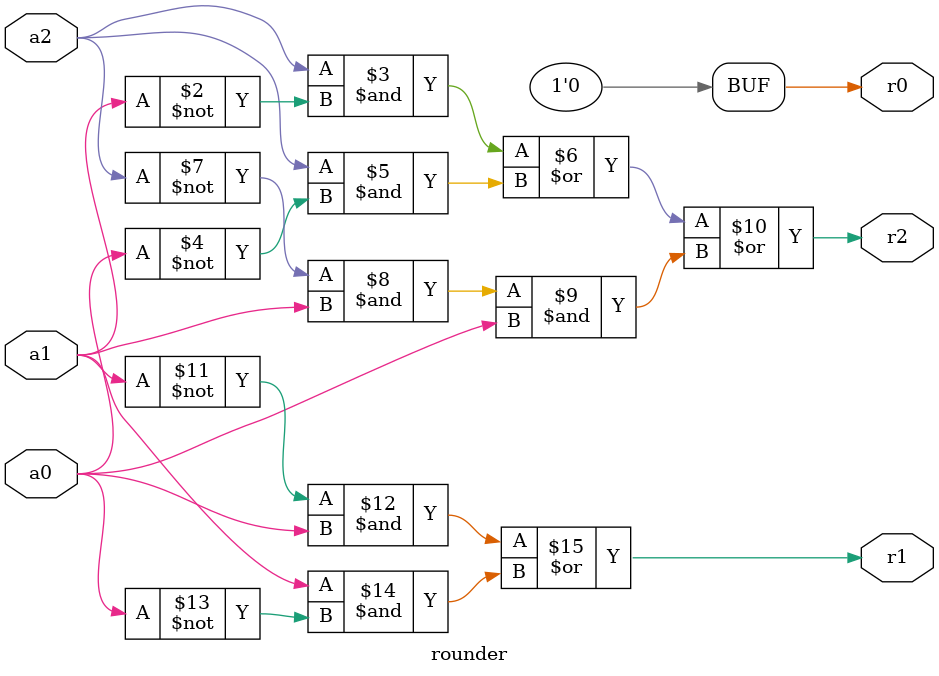
<source format=v>
`timescale 1ns / 1ps


// PROCEDURAL
module rounder(a2, a1, a0, r2, r1, r0);
    input a2, a1, a0;
    
    // reg key word describes that a varaible changes during execution
    output reg r2, r1, r0;
    
    // always watch a2, a1, and a0 in the sensativity list
    always @(a2, a1, a0) begin
        // <= is the non blocking operator-- everything can execute in parallel this way
        // = is the blocking operator
        r2 <= a2 & ~a1 | a2 & ~a0 | (~a2 & a1 & a0);
        r1 <= ~a1 & a0 | a1 & ~a0;
        r0 <= 0;
    end
    
endmodule

</source>
